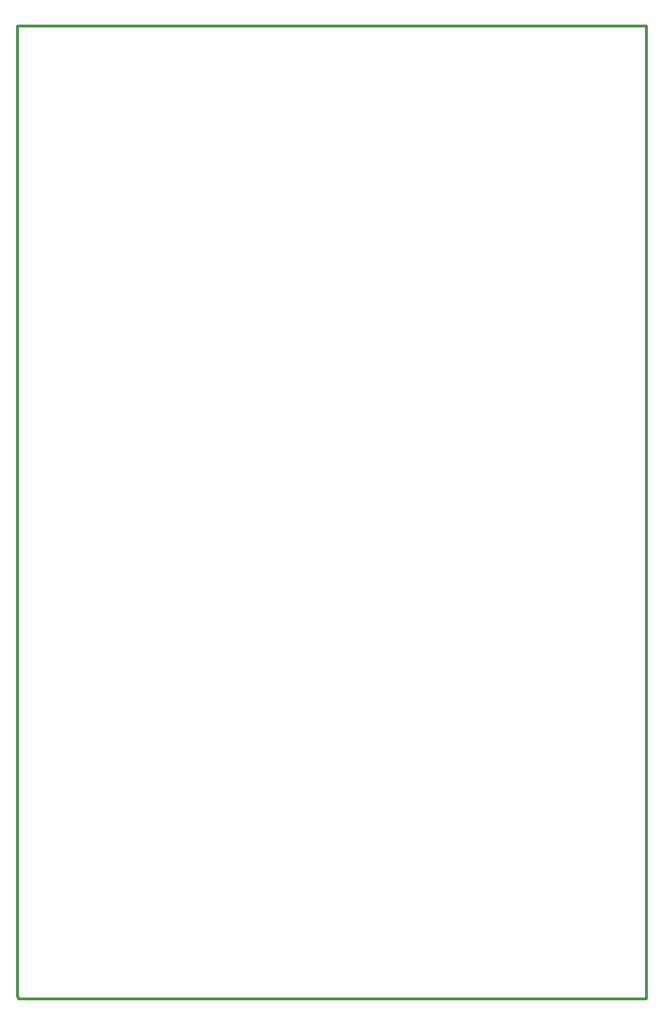
<source format=gm1>
G04*
G04 #@! TF.GenerationSoftware,Altium Limited,Altium Designer,20.0.13 (296)*
G04*
G04 Layer_Color=8847495*
%FSLAX25Y25*%
%MOIN*%
G70*
G01*
G75*
%ADD20C,0.01000*%
D20*
X-0Y-0D02*
X221752D01*
Y-342618D02*
Y-0D01*
X591Y-342618D02*
X221752D01*
X-0Y-342028D02*
X591Y-342618D01*
X-0Y-342028D02*
Y-0D01*
X221752D01*
Y-342618D02*
Y-0D01*
X591Y-342618D02*
X221752D01*
X-0Y-342028D02*
X591Y-342618D01*
X-0Y-342028D02*
Y-0D01*
M02*

</source>
